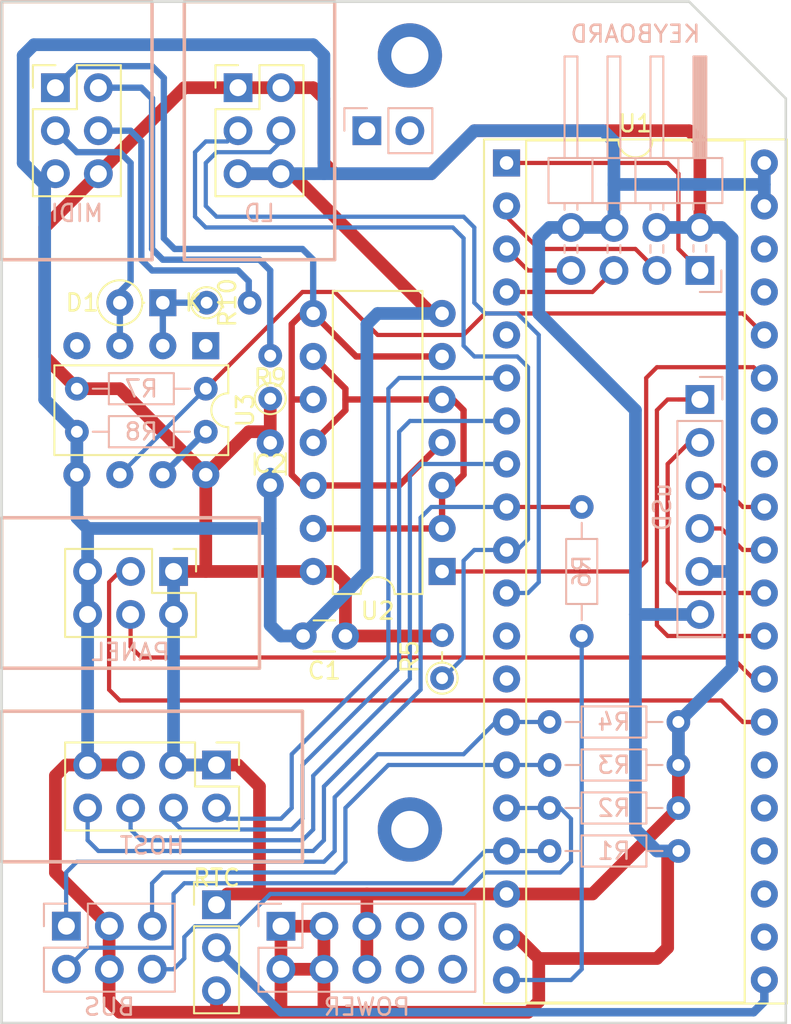
<source format=kicad_pcb>
(kicad_pcb (version 20211014) (generator pcbnew)
  (layers (0 "F.Cu" signal) (31 "B.Cu" signal) (34 "B.Paste" user) (35 "F.Paste" user) (36 "B.SilkS" user "B.Silkscreen") (37 "F.SilkS" user "F.Silkscreen") (38 "B.Mask" user) (39 "F.Mask" user) (44 "Edge.Cuts" user))
  (net 0 "")
  (net 1 "GND")
  (net 2 "+5V")
  (net 3 "Net-(D1-Pad1)")
  (net 4 "Net-(D1-Pad2)")
  (net 7 "/~{RST}")
  (net 8 "/SCL")
  (net 9 "/~{IRQ}")
  (net 10 "/SDA")
  (net 13 "/TX")
  (net 14 "/RX")
  (net 15 "/USBD-")
  (net 16 "/USBD+")
  (net 17 "+3V3")
  (net 18 "/MIDI_RX")
  (net 19 "/MIDI_TX")
  (net 20 "/PANEL_RX")
  (net 21 "/PANEL_TX")
  (net 22 "/LD_TX")
  (net 23 "/LD_RX")
  (net 24 "/~{SD_SS}")
  (net 25 "/SD_CK")
  (net 26 "/SD_DO")
  (net 27 "/SD_DI")
  (net 28 "/~{KBD_LD}")
  (net 29 "/KBD_CK")
  (net 30 "/KBD_DO")
  (net 31 "/KBD_DI")
  (net 32 "Net-(P13-Pad1)")
  (net 33 "Net-(P13-Pad2)")
  (net 34 "Net-(P13-Pad4)")
  (net 35 "Net-(R8-Pad2)")
  (net 36 "Net-(U2-Pad11)")
  (net 37 "+BATT")
  (footprint "Capacitor_THT:C_Disc_D3.0mm_W1.6mm_P2.50mm" (layer "F.Cu") (at 34.925 49.53 180)
    (fp_text reference "C1")
    (fp_text value "100n")
  )
  (footprint "Capacitor_THT:C_Disc_D3.0mm_W1.6mm_P2.50mm" (layer "F.Cu") (at 30.48 38.12 -90)
    (fp_text reference "C2")
    (fp_text value "100n")
  )
  (footprint "MountingHole:MountingHole_2.2mm_M2_ISO14580_Pad" (layer "F.Cu") (at 38.735 15.24)
    (fp_text reference "P1" hide)
    (fp_text value "SCREW")
  )
  (footprint "MountingHole:MountingHole_2.2mm_M2_ISO14580_Pad" (layer "F.Cu") (at 38.735 60.96)
    (fp_text reference "P2" hide)
    (fp_text value "SCREW")
  )
  (footprint "Connector_PinHeader_2.54mm:PinHeader_1x03_P2.54mm_Vertical" (layer "F.Cu") (at 27.305 65.405)
    (fp_text reference "P7" hide)
    (fp_text value "RTC")
  )
  (footprint "Connector_PinHeader_2.54mm:PinHeader_2x03_P2.54mm_Vertical" (layer "F.Cu") (at 24.765 45.72 -90)
    (fp_text reference "P8" hide)
    (fp_text value "PANEL")
  )
  (footprint "Connector_PinHeader_2.54mm:PinHeader_2x03_P2.54mm_Vertical" (layer "F.Cu") (at 28.575 17.145)
    (fp_text reference "P9" hide)
    (fp_text value "LD")
  )
  (footprint "Connector_PinHeader_2.54mm:PinHeader_2x04_P2.54mm_Vertical" (layer "F.Cu") (at 27.305 57.15 -90)
    (fp_text reference "P11")
    (fp_text value "HOST")
  )
  (footprint "Connector_PinHeader_2.54mm:PinHeader_2x03_P2.54mm_Vertical" (layer "F.Cu") (at 17.78 17.145)
    (fp_text reference "P13" hide)
    (fp_text value "MIDI")
  )
  (footprint "Resistor_THT:R_Axial_DIN0204_L3.6mm_D1.6mm_P2.54mm_Vertical" (layer "F.Cu") (at 40.64 52.02 90)
    (fp_text reference "R5")
    (fp_text value "2k2")
  )
  (footprint "Resistor_THT:R_Axial_DIN0204_L3.6mm_D1.6mm_P2.54mm_Vertical" (layer "F.Cu") (at 30.48 35.51 90)
    (fp_text reference "R9")
    (fp_text value "220")
  )
  (footprint "Resistor_THT:R_Axial_DIN0204_L3.6mm_D1.6mm_P2.54mm_Vertical" (layer "F.Cu") (at 26.72 29.845)
    (fp_text reference "R10")
    (fp_text value "220")
  )
  (footprint "Package_DIP:DIP-40_W15.24mm_Socket" (layer "F.Cu") (at 44.45 21.59)
    (fp_text reference "U1")
    (fp_text value "STM32F103 BLUE PILL")
  )
  (footprint "Package_DIP:DIP-14_W7.62mm" (layer "F.Cu") (at 40.64 45.72 180)
    (fp_text reference "U2")
    (fp_text value "74HCT04")
  )
  (footprint "Package_DIP:DIP-8_W7.62mm" (layer "F.Cu") (at 26.67 32.385 -90)
    (fp_text reference "U3")
    (fp_text value "6N138")
  )
  (footprint "Diode_THT:D_DO-35_SOD27_P2.54mm_Vertical_KathodeUp" (layer "F.Cu") (at 24.13 29.845 180)
    (fp_text reference "D1")
    (fp_text value "1n4148")
  )
  (footprint "Connector_PinHeader_2.54mm:PinHeader_2x03_P2.54mm_Vertical" (layer "B.Cu") (at 18.43 66.67 -90)
    (fp_text reference "P3" hide)
    (fp_text value "BUS")
  )
  (footprint "Connector_PinHeader_2.54mm:PinHeader_2x05_P2.54mm_Vertical" (layer "B.Cu") (at 31.115 66.675 -90)
    (fp_text reference "P4" hide)
    (fp_text value "POWER")
  )
  (footprint "Connector_PinHeader_2.54mm:PinHeader_1x02_P2.54mm_Vertical" (layer "B.Cu") (at 36.195 19.685 -90)
    (fp_text reference "P5" hide)
    (fp_text value "SUPPORT")
  )
  (footprint "Connector_PinHeader_2.54mm:PinHeader_1x06_P2.54mm_Vertical" (layer "B.Cu") (at 55.88 35.56 180)
    (fp_text reference "P10" hide)
    (fp_text value "uSD")
  )
  (footprint "Connector_PinHeader_2.54mm:PinHeader_2x04_P2.54mm_Horizontal" (layer "B.Cu") (at 55.88 27.94 90)
    (fp_text reference "P12" hide)
    (fp_text value "KEYBOARD")
  )
  (footprint "Resistor_THT:R_Axial_DIN0204_L3.6mm_D1.6mm_P7.62mm_Horizontal" (layer "B.Cu") (at 19.05 34.925)
    (fp_text reference "R7")
    (fp_text value "1k")
  )
  (footprint "Resistor_THT:R_Axial_DIN0204_L3.6mm_D1.6mm_P7.62mm_Horizontal" (layer "B.Cu") (at 19.05 37.465)
    (fp_text reference "R8")
    (fp_text value "10k")
  )
  (footprint "Resistor_THT:R_Axial_DIN0204_L3.6mm_D1.6mm_P7.62mm_Horizontal" (layer "B.Cu") (at 48.895 41.91 -90)
    (fp_text reference "R6")
    (fp_text value "1k8")
  )
  (footprint "Resistor_THT:R_Axial_DIN0204_L3.6mm_D1.6mm_P7.62mm_Horizontal" (layer "B.Cu") (at 46.99 59.69)
    (fp_text reference "R1")
    (fp_text value "10k")
  )
  (footprint "Resistor_THT:R_Axial_DIN0204_L3.6mm_D1.6mm_P7.62mm_Horizontal" (layer "B.Cu") (at 54.61 62.23 180)
    (fp_text reference "R2")
    (fp_text value "10k")
  )
  (footprint "Resistor_THT:R_Axial_DIN0204_L3.6mm_D1.6mm_P7.62mm_Horizontal" (layer "B.Cu") (at 46.99 57.15)
    (fp_text reference "R3")
    (fp_text value "3k3")
  )
  (footprint "Resistor_THT:R_Axial_DIN0204_L3.6mm_D1.6mm_P7.62mm_Horizontal" (layer "B.Cu") (at 46.99 54.61)
    (fp_text reference "R4")
    (fp_text value "3k3")
  )
  (gr_line (start 14.605 53.975) (end 32.385 53.975) (layer "B.SilkS") (width 0.2))
  (gr_line (start 29.845 51.435) (end 14.605 51.435) (layer "B.SilkS") (width 0.2))
  (gr_line (start 23.495 12.065) (end 23.495 27.305) (layer "B.SilkS") (width 0.2))
  (gr_line (start 29.845 42.545) (end 29.845 51.435) (layer "B.SilkS") (width 0.2))
  (gr_line (start 14.605 62.865) (end 32.385 62.865) (layer "B.SilkS") (width 0.2))
  (gr_line (start 34.29 12.065) (end 34.29 27.305) (layer "B.SilkS") (width 0.2))
  (gr_line (start 14.605 51.435) (end 14.605 42.545) (layer "B.SilkS") (width 0.2))
  (gr_line (start 14.605 12.065) (end 23.495 12.065) (layer "B.SilkS") (width 0.2))
  (gr_line (start 14.605 27.305) (end 14.605 12.065) (layer "B.SilkS") (width 0.2))
  (gr_line (start 34.29 27.305) (end 25.4 27.305) (layer "B.SilkS") (width 0.2))
  (gr_line (start 23.495 27.305) (end 14.605 27.305) (layer "B.SilkS") (width 0.2))
  (gr_line (start 14.605 53.975) (end 14.605 62.865) (layer "B.SilkS") (width 0.2))
  (gr_line (start 32.385 62.865) (end 32.385 53.975) (layer "B.SilkS") (width 0.2))
  (gr_line (start 25.4 12.065) (end 34.29 12.065) (layer "B.SilkS") (width 0.2))
  (gr_line (start 14.605 42.545) (end 29.845 42.545) (layer "B.SilkS") (width 0.2))
  (gr_line (start 25.4 27.305) (end 25.4 12.065) (layer "B.SilkS") (width 0.2))
  (gr_line (start 25.4 27.305) (end 34.29 27.305) (layer "F.SilkS") (width 0.2))
  (gr_line (start 14.605 42.545) (end 29.845 42.545) (layer "F.SilkS") (width 0.2))
  (gr_line (start 14.605 51.435) (end 14.605 42.545) (layer "F.SilkS") (width 0.2))
  (gr_line (start 25.4 12.065) (end 34.29 12.065) (layer "F.SilkS") (width 0.2))
  (gr_line (start 23.495 12.065) (end 23.495 27.305) (layer "F.SilkS") (width 0.2))
  (gr_line (start 14.605 12.065) (end 23.495 12.065) (layer "F.SilkS") (width 0.2))
  (gr_line (start 14.605 62.865) (end 32.385 62.865) (layer "F.SilkS") (width 0.2))
  (gr_line (start 14.605 27.305) (end 14.605 12.065) (layer "F.SilkS") (width 0.2))
  (gr_line (start 29.845 51.435) (end 14.605 51.435) (layer "F.SilkS") (width 0.2))
  (gr_line (start 25.4 12.065) (end 25.4 27.305) (layer "F.SilkS") (width 0.2))
  (gr_line (start 34.29 27.305) (end 34.29 12.065) (layer "F.SilkS") (width 0.2))
  (gr_line (start 14.605 53.975) (end 14.605 62.865) (layer "F.SilkS") (width 0.2))
  (gr_line (start 29.845 42.545) (end 29.845 51.435) (layer "F.SilkS") (width 0.2))
  (gr_line (start 32.385 53.975) (end 14.605 53.975) (layer "F.SilkS") (width 0.2))
  (gr_line (start 23.495 27.305) (end 14.605 27.305) (layer "F.SilkS") (width 0.2))
  (gr_line (start 32.385 53.975) (end 32.385 62.865) (layer "F.SilkS") (width 0.2))
  (gr_line (start 60.96 17.78) (end 60.96 72.39) (layer "Edge.Cuts") (width 0.15))
  (gr_line (start 60.96 72.39) (end 14.605 72.39) (layer "Edge.Cuts") (width 0.15))
  (gr_line (start 14.605 12.065) (end 55.245 12.065) (layer "Edge.Cuts") (width 0.15))
  (gr_line (start 55.245 12.065) (end 60.96 17.78) (layer "Edge.Cuts") (width 0.15))
  (gr_line (start 14.605 72.39) (end 14.605 12.065) (layer "Edge.Cuts") (width 0.15))
  (segment (start 33.655 71.755) (end 31.115 71.755) (width 0.75) (layer "F.Cu") (net 1))
  (segment (start 21.59 71.755) (end 20.955 71.12) (width 0.75) (layer "F.Cu") (net 1))
  (segment (start 20.955 71.12) (end 20.955 69.215) (width 0.75) (layer "F.Cu") (net 1))
  (segment (start 18.415 57.15) (end 17.78 57.785) (width 0.75) (layer "F.Cu") (net 1))
  (segment (start 17.78 57.785) (end 17.78 63.5) (width 0.75) (layer "F.Cu") (net 1))
  (segment (start 17.78 63.5) (end 20.955 66.675) (width 0.75) (layer "F.Cu") (net 1))
  (segment (start 53.34 68.58) (end 53.975 67.945) (width 0.75) (layer "F.Cu") (net 1))
  (segment (start 53.975 67.945) (end 53.975 62.23) (width 0.75) (layer "F.Cu") (net 1))
  (segment (start 27.305 71.755) (end 21.59 71.755) (width 0.75) (layer "F.Cu") (net 1))
  (segment (start 31.75 22.225) (end 40.005 30.48) (width 0.75) (layer "F.Cu") (net 1))
  (segment (start 40.005 30.48) (end 40.64 30.48) (width 0.75) (layer "F.Cu") (net 1))
  (segment (start 45.72 71.755) (end 46.355 71.12) (width 0.75) (layer "F.Cu") (net 1))
  (segment (start 46.355 71.12) (end 46.355 68.58) (width 0.75) (layer "F.Cu") (net 1))
  (segment (start 46.355 68.58) (end 53.34 68.58) (width 0.75) (layer "F.Cu") (net 1))
  (segment (start 45.085 67.31) (end 44.45 67.31) (width 0.75) (layer "F.Cu") (net 1))
  (segment (start 31.115 71.755) (end 27.305 71.755) (width 0.75) (layer "F.Cu") (net 1))
  (segment (start 33.655 69.215) (end 33.655 66.675) (width 0.75) (layer "F.Cu") (net 1))
  (segment (start 31.115 69.215) (end 31.115 71.755) (width 0.75) (layer "F.Cu") (net 1))
  (segment (start 19.685 57.15) (end 22.225 57.15) (width 0.75) (layer "F.Cu") (net 1))
  (segment (start 31.115 69.215) (end 33.655 69.215) (width 0.75) (layer "F.Cu") (net 1))
  (segment (start 20.955 69.215) (end 20.955 66.675) (width 0.75) (layer "F.Cu") (net 1))
  (segment (start 28.575 22.225) (end 31.115 22.225) (width 0.75) (layer "F.Cu") (net 1))
  (segment (start 19.685 57.15) (end 18.415 57.15) (width 0.75) (layer "F.Cu") (net 1))
  (segment (start 33.655 71.755) (end 45.72 71.755) (width 0.75) (layer "F.Cu") (net 1))
  (segment (start 31.115 66.675) (end 31.115 69.215) (width 0.75) (layer "F.Cu") (net 1))
  (segment (start 27.305 70.485) (end 27.305 71.755) (width 0.75) (layer "F.Cu") (net 1))
  (segment (start 33.655 69.215) (end 33.655 71.755) (width 0.75) (layer "F.Cu") (net 1))
  (segment (start 46.355 68.58) (end 45.085 67.31) (width 0.75) (layer "F.Cu") (net 1))
  (segment (start 31.115 22.225) (end 31.75 22.225) (width 0.75) (layer "F.Cu") (net 1))
  (segment (start 33.655 66.675) (end 31.115 66.675) (width 0.75) (layer "F.Cu") (net 1))
  (segment (start 31.115 49.53) (end 30.48 48.895) (width 0.75) (layer "B.Cu") (net 1))
  (segment (start 30.48 48.895) (end 30.48 43.18) (width 0.75) (layer "B.Cu") (net 1))
  (segment (start 19.685 43.18) (end 19.05 42.545) (width 0.75) (layer "B.Cu") (net 1))
  (segment (start 19.05 42.545) (end 19.05 40.005) (width 0.75) (layer "B.Cu") (net 1))
  (segment (start 30.48 43.18) (end 30.48 39.965) (width 0.75) (layer "B.Cu") (net 1))
  (segment (start 53.34 62.23) (end 52.07 60.96) (width 0.75) (layer "B.Cu") (net 1))
  (segment (start 52.07 60.96) (end 52.07 48.26) (width 0.75) (layer "B.Cu") (net 1))
  (segment (start 52.07 48.26) (end 52.07 36.195) (width 0.75) (layer "B.Cu") (net 1))
  (segment (start 15.875 21.59) (end 15.875 15.24) (width 0.75) (layer "B.Cu") (net 1))
  (segment (start 15.875 15.24) (end 16.51 14.605) (width 0.75) (layer "B.Cu") (net 1))
  (segment (start 16.51 14.605) (end 33.02 14.605) (width 0.75) (layer "B.Cu") (net 1))
  (segment (start 40.005 22.225) (end 42.545 19.685) (width 0.75) (layer "B.Cu") (net 1))
  (segment (start 42.545 19.685) (end 50.165 19.685) (width 0.75) (layer "B.Cu") (net 1))
  (segment (start 33.02 14.605) (end 33.655 15.24) (width 0.75) (layer "B.Cu") (net 1))
  (segment (start 33.655 15.24) (end 33.655 22.225) (width 0.75) (layer "B.Cu") (net 1))
  (segment (start 33.655 22.225) (end 40.005 22.225) (width 0.75) (layer "B.Cu") (net 1))
  (segment (start 32.425 49.49) (end 36.195 45.72) (width 0.75) (layer "B.Cu") (net 1))
  (segment (start 36.195 45.72) (end 36.195 31.115) (width 0.75) (layer "B.Cu") (net 1))
  (segment (start 36.195 31.115) (end 36.83 30.48) (width 0.75) (layer "B.Cu") (net 1))
  (segment (start 36.83 30.48) (end 40.64 30.48) (width 0.75) (layer "B.Cu") (net 1))
  (segment (start 50.8 20.32) (end 50.165 19.685) (width 0.75) (layer "B.Cu") (net 1))
  (segment (start 46.355 30.48) (end 52.07 36.195) (width 0.75) (layer "B.Cu") (net 1))
  (segment (start 46.355 26.035) (end 46.99 25.4) (width 0.75) (layer "B.Cu") (net 1))
  (segment (start 46.99 25.4) (end 48.26 25.4) (width 0.75) (layer "B.Cu") (net 1))
  (segment (start 59.69 22.86) (end 59.69 21.59) (width 0.75) (layer "B.Cu") (net 1))
  (segment (start 50.8 25.4) (end 50.8 22.86) (width 0.75) (layer "B.Cu") (net 1))
  (segment (start 32.425 49.53) (end 31.115 49.53) (width 0.75) (layer "B.Cu") (net 1))
  (segment (start 53.975 62.23) (end 53.34 62.23) (width 0.75) (layer "B.Cu") (net 1))
  (segment (start 17.145 22.86) (end 17.78 22.225) (width 0.75) (layer "B.Cu") (net 1))
  (segment (start 55.88 48.26) (end 52.07 48.26) (width 0.75) (layer "B.Cu") (net 1))
  (segment (start 19.685 45.72) (end 19.685 43.18) (width 0.75) (layer "B.Cu") (net 1))
  (segment (start 17.145 35.56) (end 17.145 22.86) (width 0.75) (layer "B.Cu") (net 1))
  (segment (start 31.115 22.225) (end 33.655 22.225) (width 0.75) (layer "B.Cu") (net 1))
  (segment (start 59.69 24.13) (end 59.69 22.86) (width 0.75) (layer "B.Cu") (net 1))
  (segment (start 19.05 37.465) (end 17.145 35.56) (width 0.75) (layer "B.Cu") (net 1))
  (segment (start 19.685 43.18) (end 30.48 43.18) (width 0.75) (layer "B.Cu") (net 1))
  (segment (start 19.685 57.15) (end 19.685 48.26) (width 0.75) (layer "B.Cu") (net 1))
  (segment (start 17.145 22.86) (end 15.875 21.59) (width 0.75) (layer "B.Cu") (net 1))
  (segment (start 50.8 22.86) (end 50.8 20.32) (width 0.75) (layer "B.Cu") (net 1))
  (segment (start 46.355 30.48) (end 46.355 26.035) (width 0.75) (layer "B.Cu") (net 1))
  (segment (start 59.69 22.86) (end 50.8 22.86) (width 0.75) (layer "B.Cu") (net 1))
  (segment (start 19.05 40.005) (end 19.05 37.465) (width 0.75) (layer "B.Cu") (net 1))
  (segment (start 19.685 48.26) (end 19.685 45.72) (width 0.75) (layer "B.Cu") (net 1))
  (segment (start 28.575 22.225) (end 31.115 22.225) (width 0.75) (layer "B.Cu") (net 1))
  (segment (start 48.26 25.4) (end 50.8 25.4) (width 0.75) (layer "B.Cu") (net 1))
  (segment (start 36.195 64.77) (end 43.815 64.77) (width 0.75) (layer "F.Cu") (net 2))
  (segment (start 28.575 57.15) (end 27.305 57.15) (width 0.75) (layer "F.Cu") (net 2))
  (segment (start 17.145 25.4) (end 20.32 22.225) (width 0.75) (layer "F.Cu") (net 2))
  (segment (start 21.59 34.925) (end 19.05 34.925) (width 0.75) (layer "F.Cu") (net 2))
  (segment (start 25.4 17.145) (end 28.575 17.145) (width 0.75) (layer "F.Cu") (net 2))
  (segment (start 29.21 37.465) (end 30.48 37.465) (width 0.75) (layer "F.Cu") (net 2))
  (segment (start 34.29 45.72) (end 34.925 46.355) (width 0.75) (layer "F.Cu") (net 2))
  (segment (start 34.925 46.355) (end 34.925 49.53) (width 0.75) (layer "F.Cu") (net 2))
  (segment (start 26.67 45.72) (end 24.765 45.72) (width 0.75) (layer "F.Cu") (net 2))
  (segment (start 27.305 65.405) (end 27.94 64.77) (width 0.75) (layer "F.Cu") (net 2))
  (segment (start 27.94 64.77) (end 29.845 64.77) (width 0.75) (layer "F.Cu") (net 2))
  (segment (start 29.845 64.77) (end 36.195 64.77) (width 0.75) (layer "F.Cu") (net 2))
  (segment (start 29.845 58.42) (end 28.575 57.15) (width 0.75) (layer "F.Cu") (net 2))
  (segment (start 33.02 17.145) (end 33.655 17.78) (width 0.75) (layer "F.Cu") (net 2))
  (segment (start 33.655 17.78) (end 33.655 21.59) (width 0.75) (layer "F.Cu") (net 2))
  (segment (start 33.655 21.59) (end 34.29 22.225) (width 0.75) (layer "F.Cu") (net 2))
  (segment (start 34.29 22.225) (end 40.005 22.225) (width 0.75) (layer "F.Cu") (net 2))
  (segment (start 40.005 22.225) (end 42.545 19.685) (width 0.75) (layer "F.Cu") (net 2))
  (segment (start 42.545 19.685) (end 55.245 19.685) (width 0.75) (layer "F.Cu") (net 2))
  (segment (start 49.53 64.77) (end 54.61 59.69) (width 0.75) (layer "F.Cu") (net 2))
  (segment (start 55.88 20.32) (end 55.245 19.685) (width 0.75) (layer "F.Cu") (net 2))
  (segment (start 40.64 49.53) (end 34.925 49.53) (width 0.75) (layer "F.Cu") (net 2))
  (segment (start 54.61 59.69) (end 54.61 57.15) (width 0.75) (layer "F.Cu") (net 2))
  (segment (start 24.765 48.26) (end 24.765 45.72) (width 0.75) (layer "F.Cu") (net 2))
  (segment (start 36.195 66.675) (end 36.195 69.215) (width 0.75) (layer "F.Cu") (net 2))
  (segment (start 33.02 45.72) (end 26.67 45.72) (width 0.75) (layer "F.Cu") (net 2))
  (segment (start 54.61 57.15) (end 54.61 54.61) (width 0.75) (layer "F.Cu") (net 2))
  (segment (start 24.765 57.15) (end 27.305 57.15) (width 0.75) (layer "F.Cu") (net 2))
  (segment (start 17.145 33.02) (end 17.145 25.4) (width 0.75) (layer "F.Cu") (net 2))
  (segment (start 29.845 64.77) (end 29.845 58.42) (width 0.75) (layer "F.Cu") (net 2))
  (segment (start 26.67 40.005) (end 26.67 45.72) (width 0.75) (layer "F.Cu") (net 2))
  (segment (start 43.815 64.77) (end 49.53 64.77) (width 0.75) (layer "F.Cu") (net 2))
  (segment (start 36.195 66.675) (end 36.195 64.77) (width 0.75) (layer "F.Cu") (net 2))
  (segment (start 55.88 25.4) (end 55.88 20.32) (width 0.75) (layer "F.Cu") (net 2))
  (segment (start 26.67 40.005) (end 21.59 34.925) (width 0.75) (layer "F.Cu") (net 2))
  (segment (start 26.67 40.005) (end 29.21 37.465) (width 0.75) (layer "F.Cu") (net 2))
  (segment (start 31.115 17.145) (end 33.02 17.145) (width 0.75) (layer "F.Cu") (net 2))
  (segment (start 30.48 37.465) (end 30.48 35.56) (width 0.75) (layer "F.Cu") (net 2))
  (segment (start 33.02 45.72) (end 34.29 45.72) (width 0.75) (layer "F.Cu") (net 2))
  (segment (start 20.32 22.225) (end 25.4 17.145) (width 0.75) (layer "F.Cu") (net 2))
  (segment (start 19.05 34.925) (end 17.145 33.02) (width 0.75) (layer "F.Cu") (net 2))
  (segment (start 28.575 17.145) (end 31.115 17.145) (width 0.75) (layer "F.Cu") (net 2))
  (segment (start 57.785 51.435) (end 57.785 45.72) (width 0.75) (layer "B.Cu") (net 2))
  (segment (start 57.785 26.035) (end 57.15 25.4) (width 0.75) (layer "B.Cu") (net 2))
  (segment (start 57.15 25.4) (end 56.515 25.4) (width 0.75) (layer "B.Cu") (net 2))
  (segment (start 57.785 45.72) (end 57.785 26.035) (width 0.75) (layer "B.Cu") (net 2))
  (segment (start 27.305 57.15) (end 24.765 57.15) (width 0.75) (layer "B.Cu") (net 2))
  (segment (start 24.765 57.15) (end 24.765 48.26) (width 0.75) (layer "B.Cu") (net 2))
  (segment (start 55.88 25.4) (end 53.34 25.4) (width 0.75) (layer "B.Cu") (net 2))
  (segment (start 55.88 45.72) (end 57.785 45.72) (width 0.75) (layer "B.Cu") (net 2))
  (segment (start 54.61 57.15) (end 54.61 54.61) (width 0.75) (layer "B.Cu") (net 2))
  (segment (start 54.61 54.61) (end 57.785 51.435) (width 0.75) (layer "B.Cu") (net 2))
  (segment (start 24.765 48.26) (end 24.765 45.72) (width 0.75) (layer "B.Cu") (net 2))
  (segment (start 24.13 29.845) (end 26.67 29.845) (width 0.375) (layer "B.Cu") (net 3))
  (segment (start 24.13 32.385) (end 24.13 29.845) (width 0.375) (layer "B.Cu") (net 3))
  (segment (start 21.59 29.21) (end 22.225 28.575) (width 0.375) (layer "B.Cu") (net 4))
  (segment (start 22.225 21.59) (end 21.59 20.955) (width 0.375) (layer "B.Cu") (net 4))
  (segment (start 19.05 20.955) (end 21.59 20.955) (width 0.375) (layer "B.Cu") (net 4))
  (segment (start 21.59 32.385) (end 21.59 29.845) (width 0.375) (layer "B.Cu") (net 4))
  (segment (start 21.59 29.845) (end 21.59 29.21) (width 0.375) (layer "B.Cu") (net 4))
  (segment (start 17.78 19.685) (end 19.05 20.955) (width 0.375) (layer "B.Cu") (net 4))
  (segment (start 22.225 28.575) (end 22.225 21.59) (width 0.375) (layer "B.Cu") (net 4))
  (segment (start 43.18 62.23) (end 43.815 62.23) (width 0.25) (layer "B.Cu") (net 7))
  (segment (start 19.685 67.945) (end 24.765 67.945) (width 0.25) (layer "B.Cu") (net 7))
  (segment (start 25.4 64.135) (end 41.275 64.135) (width 0.25) (layer "B.Cu") (net 7))
  (segment (start 41.275 64.135) (end 43.18 62.23) (width 0.25) (layer "B.Cu") (net 7))
  (segment (start 24.765 64.77) (end 24.765 67.945) (width 0.25) (layer "B.Cu") (net 7))
  (segment (start 24.765 64.77) (end 25.4 64.135) (width 0.25) (layer "B.Cu") (net 7))
  (segment (start 18.415 69.215) (end 19.685 67.945) (width 0.25) (layer "B.Cu") (net 7))
  (segment (start 43.815 62.23) (end 46.355 62.23) (width 0.25) (layer "B.Cu") (net 7))
  (segment (start 36.83 56.515) (end 41.91 56.515) (width 0.25) (layer "B.Cu") (net 8))
  (segment (start 41.91 56.515) (end 43.815 54.61) (width 0.25) (layer "B.Cu") (net 8))
  (segment (start 33.655 62.865) (end 34.29 62.23) (width 0.25) (layer "B.Cu") (net 8))
  (segment (start 34.29 62.23) (end 34.29 59.055) (width 0.25) (layer "B.Cu") (net 8))
  (segment (start 34.29 59.055) (end 36.83 56.515) (width 0.25) (layer "B.Cu") (net 8))
  (segment (start 19.05 62.865) (end 18.415 63.5) (width 0.25) (layer "B.Cu") (net 8))
  (segment (start 18.415 63.5) (end 18.415 66.675) (width 0.25) (layer "B.Cu") (net 8))
  (segment (start 19.05 62.865) (end 33.655 62.865) (width 0.25) (layer "B.Cu") (net 8))
  (segment (start 43.815 54.61) (end 46.355 54.61) (width 0.25) (layer "B.Cu") (net 8))
  (segment (start 24.765 69.215) (end 25.4 68.58) (width 0.25) (layer "B.Cu") (net 9))
  (segment (start 41.91 64.77) (end 43.18 63.5) (width 0.25) (layer "B.Cu") (net 9))
  (segment (start 43.18 63.5) (end 47.625 63.5) (width 0.25) (layer "B.Cu") (net 9))
  (segment (start 26.035 66.675) (end 28.575 66.675) (width 0.25) (layer "B.Cu") (net 9))
  (segment (start 28.575 66.675) (end 30.48 64.77) (width 0.25) (layer "B.Cu") (net 9))
  (segment (start 30.48 64.77) (end 41.91 64.77) (width 0.25) (layer "B.Cu") (net 9))
  (segment (start 47.625 63.5) (end 48.26 62.865) (width 0.25) (layer "B.Cu") (net 9))
  (segment (start 48.26 62.865) (end 48.26 60.325) (width 0.25) (layer "B.Cu") (net 9))
  (segment (start 47.625 59.69) (end 48.26 60.325) (width 0.25) (layer "B.Cu") (net 9))
  (segment (start 44.45 59.69) (end 46.99 59.69) (width 0.25) (layer "B.Cu") (net 9))
  (segment (start 25.4 67.31) (end 26.035 66.675) (width 0.25) (layer "B.Cu") (net 9))
  (segment (start 25.4 68.58) (end 25.4 67.31) (width 0.25) (layer "B.Cu") (net 9))
  (segment (start 46.99 59.69) (end 47.625 59.69) (width 0.25) (layer "B.Cu") (net 9))
  (segment (start 23.495 69.215) (end 24.765 69.215) (width 0.25) (layer "B.Cu") (net 9))
  (segment (start 37.465 57.15) (end 43.815 57.15) (width 0.25) (layer "B.Cu") (net 10))
  (segment (start 34.29 63.5) (end 34.925 62.865) (width 0.25) (layer "B.Cu") (net 10))
  (segment (start 34.925 62.865) (end 34.925 59.69) (width 0.25) (layer "B.Cu") (net 10))
  (segment (start 34.925 59.69) (end 37.465 57.15) (width 0.25) (layer "B.Cu") (net 10))
  (segment (start 24.13 63.5) (end 23.495 64.135) (width 0.25) (layer "B.Cu") (net 10))
  (segment (start 23.495 64.135) (end 23.495 66.675) (width 0.25) (layer "B.Cu") (net 10))
  (segment (start 43.815 57.15) (end 46.355 57.15) (width 0.25) (layer "B.Cu") (net 10))
  (segment (start 24.13 63.5) (end 34.29 63.5) (width 0.25) (layer "B.Cu") (net 10))
  (segment (start 31.75 56.515) (end 37.465 50.8) (width 0.25) (layer "B.Cu") (net 13))
  (segment (start 31.75 56.515) (end 31.75 59.69) (width 0.25) (layer "B.Cu") (net 13))
  (segment (start 31.75 59.69) (end 31.115 60.325) (width 0.25) (layer "B.Cu") (net 13))
  (segment (start 31.115 60.325) (end 27.94 60.325) (width 0.25) (layer "B.Cu") (net 13))
  (segment (start 27.94 60.325) (end 27.305 59.69) (width 0.25) (layer "B.Cu") (net 13))
  (segment (start 37.465 50.8) (end 37.465 34.925) (width 0.25) (layer "B.Cu") (net 13))
  (segment (start 37.465 34.925) (end 38.1 34.29) (width 0.25) (layer "B.Cu") (net 13))
  (segment (start 43.18 34.29) (end 38.1 34.29) (width 0.25) (layer "B.Cu") (net 13))
  (segment (start 43.815 34.29) (end 43.18 34.29) (width 0.25) (layer "B.Cu") (net 13))
  (segment (start 43.18 34.29) (end 44.45 34.29) (width 0.25) (layer "B.Cu") (net 13))
  (segment (start 24.765 60.509998) (end 25.215002 60.96) (width 0.25) (layer "B.Cu") (net 14))
  (segment (start 25.215002 60.96) (end 31.75 60.96) (width 0.25) (layer "B.Cu") (net 14))
  (segment (start 31.75 60.96) (end 32.385 60.325) (width 0.25) (layer "B.Cu") (net 14))
  (segment (start 32.385 60.325) (end 32.385 57.15) (width 0.25) (layer "B.Cu") (net 14))
  (segment (start 38.1 51.435) (end 38.1 37.465) (width 0.25) (layer "B.Cu") (net 14))
  (segment (start 38.1 37.465) (end 38.735 36.83) (width 0.25) (layer "B.Cu") (net 14))
  (segment (start 38.735 36.83) (end 43.18 36.83) (width 0.25) (layer "B.Cu") (net 14))
  (segment (start 43.18 36.83) (end 43.815 36.83) (width 0.25) (layer "B.Cu") (net 14))
  (segment (start 32.385 57.15) (end 38.1 51.435) (width 0.25) (layer "B.Cu") (net 14))
  (segment (start 43.18 36.83) (end 44.45 36.83) (width 0.25) (layer "B.Cu") (net 14))
  (segment (start 24.765 59.69) (end 24.765 60.509998) (width 0.25) (layer "B.Cu") (net 14))
  (segment (start 33.02 57.785) (end 38.735 52.07) (width 0.25) (layer "B.Cu") (net 15))
  (segment (start 33.02 60.96) (end 32.385 61.595) (width 0.25) (layer "B.Cu") (net 15))
  (segment (start 32.385 61.595) (end 22.86 61.595) (width 0.25) (layer "B.Cu") (net 15))
  (segment (start 22.86 61.595) (end 22.225 60.96) (width 0.25) (layer "B.Cu") (net 15))
  (segment (start 22.225 60.96) (end 22.225 59.69) (width 0.25) (layer "B.Cu") (net 15))
  (segment (start 38.735 40.005) (end 39.37 39.37) (width 0.25) (layer "B.Cu") (net 15))
  (segment (start 39.37 39.37) (end 43.18 39.37) (width 0.25) (layer "B.Cu") (net 15))
  (segment (start 38.735 52.07) (end 38.735 40.005) (width 0.25) (layer "B.Cu") (net 15))
  (segment (start 43.18 39.37) (end 43.815 39.37) (width 0.25) (layer "B.Cu") (net 15))
  (segment (start 33.02 57.785) (end 33.02 60.96) (width 0.25) (layer "B.Cu") (net 15))
  (segment (start 43.18 39.37) (end 44.45 39.37) (width 0.25) (layer "B.Cu") (net 15))
  (segment (start 43.815 41.91) (end 48.895 41.91) (width 0.25) (layer "F.Cu") (net 16))
  (segment (start 43.815 41.91) (end 43.18 41.91) (width 0.25) (layer "B.Cu") (net 16))
  (segment (start 33.655 58.42) (end 38.735 53.34) (width 0.25) (layer "B.Cu") (net 16))
  (segment (start 19.685 61.595) (end 19.685 59.69) (width 0.25) (layer "B.Cu") (net 16))
  (segment (start 33.655 61.595) (end 33.02 62.23) (width 0.25) (layer "B.Cu") (net 16))
  (segment (start 33.02 62.23) (end 20.32 62.23) (width 0.25) (layer "B.Cu") (net 16))
  (segment (start 20.32 62.23) (end 19.685 61.595) (width 0.25) (layer "B.Cu") (net 16))
  (segment (start 39.37 52.705) (end 39.37 42.545) (width 0.25) (layer "B.Cu") (net 16))
  (segment (start 39.37 42.545) (end 40.005 41.91) (width 0.25) (layer "B.Cu") (net 16))
  (segment (start 43.18 41.91) (end 40.005 41.91) (width 0.25) (layer "B.Cu") (net 16))
  (segment (start 33.655 58.42) (end 38.1 53.975) (width 0.25) (layer "B.Cu") (net 16))
  (segment (start 43.18 41.91) (end 44.45 41.91) (width 0.25) (layer "B.Cu") (net 16))
  (segment (start 38.1 53.975) (end 38.735 53.34) (width 0.25) (layer "B.Cu") (net 16))
  (segment (start 38.735 53.34) (end 39.37 52.705) (width 0.25) (layer "B.Cu") (net 16))
  (segment (start 33.655 58.42) (end 33.655 61.595) (width 0.25) (layer "B.Cu") (net 16))
  (segment (start 48.26 69.85) (end 48.895 69.215) (width 0.25) (layer "B.Cu") (net 17))
  (segment (start 48.895 69.215) (end 48.895 50.165) (width 0.25) (layer "B.Cu") (net 17))
  (segment (start 43.815 69.85) (end 48.26 69.85) (width 0.25) (layer "B.Cu") (net 17))
  (segment (start 32.385 29.21) (end 34.29 29.21) (width 0.25) (layer "F.Cu") (net 18))
  (segment (start 41.91 31.75) (end 36.83 31.75) (width 0.25) (layer "F.Cu") (net 18))
  (segment (start 36.83 31.75) (end 34.29 29.21) (width 0.25) (layer "F.Cu") (net 18))
  (segment (start 43.18 30.48) (end 58.42 30.48) (width 0.25) (layer "F.Cu") (net 18))
  (segment (start 43.18 30.48) (end 41.91 31.75) (width 0.25) (layer "F.Cu") (net 18))
  (segment (start 59.69 31.75) (end 58.42 30.48) (width 0.25) (layer "F.Cu") (net 18))
  (segment (start 26.67 34.925) (end 32.385 29.21) (width 0.25) (layer "F.Cu") (net 18))
  (segment (start 21.59 40.005) (end 26.67 34.925) (width 0.25) (layer "B.Cu") (net 18))
  (segment (start 53.34 33.655) (end 59.055 33.655) (width 0.25) (layer "F.Cu") (net 19))
  (segment (start 52.705 34.29) (end 52.705 45.085) (width 0.25) (layer "F.Cu") (net 19))
  (segment (start 52.705 45.085) (end 52.07 45.72) (width 0.25) (layer "F.Cu") (net 19))
  (segment (start 40.64 45.72) (end 52.07 45.72) (width 0.25) (layer "F.Cu") (net 19))
  (segment (start 59.69 34.29) (end 59.055 33.655) (width 0.25) (layer "F.Cu") (net 19))
  (segment (start 53.34 33.655) (end 52.705 34.29) (width 0.25) (layer "F.Cu") (net 19))
  (segment (start 22.86 50.8) (end 22.225 50.165) (width 0.25) (layer "F.Cu") (net 20))
  (segment (start 22.225 50.165) (end 22.225 48.26) (width 0.25) (layer "F.Cu") (net 20))
  (segment (start 22.86 50.8) (end 57.785 50.8) (width 0.25) (layer "F.Cu") (net 20))
  (segment (start 59.055 52.07) (end 57.785 50.8) (width 0.25) (layer "F.Cu") (net 20))
  (segment (start 57.15 53.34) (end 58.42 54.61) (width 0.25) (layer "F.Cu") (net 21))
  (segment (start 21.59 53.34) (end 57.15 53.34) (width 0.25) (layer "F.Cu") (net 21))
  (segment (start 21.59 53.34) (end 20.955 52.705) (width 0.25) (layer "F.Cu") (net 21))
  (segment (start 20.955 52.705) (end 20.955 46.355) (width 0.25) (layer "F.Cu") (net 21))
  (segment (start 20.955 46.355) (end 21.59 45.72) (width 0.25) (layer "F.Cu") (net 21))
  (segment (start 58.42 54.61) (end 59.69 54.61) (width 0.25) (layer "F.Cu") (net 21))
  (segment (start 59.055 54.61) (end 58.42 54.61) (width 0.25) (layer "F.Cu") (net 21))
  (segment (start 41.91 50.8) (end 41.91 45.085) (width 0.25) (layer "B.Cu") (net 22))
  (segment (start 41.91 45.085) (end 42.545 44.45) (width 0.25) (layer "B.Cu") (net 22))
  (segment (start 42.545 44.45) (end 43.815 44.45) (width 0.25) (layer "B.Cu") (net 22))
  (segment (start 42.545 33.02) (end 45.085 33.02) (width 0.25) (layer "B.Cu") (net 22))
  (segment (start 42.545 33.02) (end 41.91 32.385) (width 0.25) (layer "B.Cu") (net 22))
  (segment (start 26.035 24.765) (end 26.035 20.955) (width 0.25) (layer "B.Cu") (net 22))
  (segment (start 26.035 20.955) (end 26.67 20.32) (width 0.25) (layer "B.Cu") (net 22))
  (segment (start 26.67 20.32) (end 27.94 20.32) (width 0.25) (layer "B.Cu") (net 22))
  (segment (start 27.94 20.32) (end 28.575 19.685) (width 0.25) (layer "B.Cu") (net 22))
  (segment (start 41.275 25.4) (end 26.67 25.4) (width 0.25) (layer "B.Cu") (net 22))
  (segment (start 26.67 25.4) (end 26.035 24.765) (width 0.25) (layer "B.Cu") (net 22))
  (segment (start 45.085 44.45) (end 45.72 43.815) (width 0.25) (layer "B.Cu") (net 22))
  (segment (start 45.72 43.815) (end 45.72 33.655) (width 0.25) (layer "B.Cu") (net 22))
  (segment (start 45.72 33.655) (end 45.085 33.02) (width 0.25) (layer "B.Cu") (net 22))
  (segment (start 40.64 52.07) (end 41.91 50.8) (width 0.25) (layer "B.Cu") (net 22))
  (segment (start 41.91 32.385) (end 41.91 26.035) (width 0.25) (layer "B.Cu") (net 22))
  (segment (start 41.91 26.035) (end 41.275 25.4) (width 0.25) (layer "B.Cu") (net 22))
  (segment (start 43.18 30.48) (end 45.085 30.48) (width 0.25) (layer "B.Cu") (net 23))
  (segment (start 43.18 30.48) (end 42.545 29.845) (width 0.25) (layer "B.Cu") (net 23))
  (segment (start 42.545 29.845) (end 42.545 25.4) (width 0.25) (layer "B.Cu") (net 23))
  (segment (start 26.67 24.13) (end 26.67 21.59) (width 0.25) (layer "B.Cu") (net 23))
  (segment (start 26.67 21.59) (end 27.305 20.955) (width 0.25) (layer "B.Cu") (net 23))
  (segment (start 27.305 20.955) (end 30.48 20.955) (width 0.25) (layer "B.Cu") (net 23))
  (segment (start 30.48 20.955) (end 31.115 20.32) (width 0.25) (layer "B.Cu") (net 23))
  (segment (start 45.085 30.48) (end 46.355 31.75) (width 0.25) (layer "B.Cu") (net 23))
  (segment (start 41.91 24.765) (end 27.305 24.765) (width 0.25) (layer "B.Cu") (net 23))
  (segment (start 27.305 24.765) (end 26.67 24.13) (width 0.25) (layer "B.Cu") (net 23))
  (segment (start 45.72 46.99) (end 46.355 46.355) (width 0.25) (layer "B.Cu") (net 23))
  (segment (start 46.355 46.355) (end 46.355 31.75) (width 0.25) (layer "B.Cu") (net 23))
  (segment (start 44.45 46.99) (end 45.72 46.99) (width 0.25) (layer "B.Cu") (net 23))
  (segment (start 42.545 25.4) (end 41.91 24.765) (width 0.25) (layer "B.Cu") (net 23))
  (segment (start 53.34 36.195) (end 53.34 48.895) (width 0.25) (layer "F.Cu") (net 24))
  (segment (start 53.34 48.895) (end 53.975 49.53) (width 0.25) (layer "F.Cu") (net 24))
  (segment (start 53.975 49.53) (end 58.42 49.53) (width 0.25) (layer "F.Cu") (net 24))
  (segment (start 58.42 49.53) (end 59.055 49.53) (width 0.25) (layer "F.Cu") (net 24))
  (segment (start 54.61 35.56) (end 53.975 35.56) (width 0.25) (layer "F.Cu") (net 24))
  (segment (start 55.88 35.56) (end 54.61 35.56) (width 0.25) (layer "F.Cu") (net 24))
  (segment (start 53.975 35.56) (end 53.34 36.195) (width 0.25) (layer "F.Cu") (net 24))
  (segment (start 55.245 35.56) (end 54.61 35.56) (width 0.25) (layer "F.Cu") (net 24))
  (segment (start 58.42 49.53) (end 59.69 49.53) (width 0.25) (layer "F.Cu") (net 24))
  (segment (start 55.245 38.1) (end 53.975 39.37) (width 0.25) (layer "F.Cu") (net 25))
  (segment (start 53.975 39.37) (end 53.975 46.355) (width 0.25) (layer "F.Cu") (net 25))
  (segment (start 53.975 46.355) (end 54.61 46.99) (width 0.25) (layer "F.Cu") (net 25))
  (segment (start 54.61 46.99) (end 58.42 46.99) (width 0.25) (layer "F.Cu") (net 25))
  (segment (start 58.42 46.99) (end 59.055 46.99) (width 0.25) (layer "F.Cu") (net 25))
  (segment (start 58.42 46.99) (end 59.69 46.99) (width 0.25) (layer "F.Cu") (net 25))
  (segment (start 57.15 40.64) (end 58.42 41.91) (width 0.25) (layer "F.Cu") (net 26))
  (segment (start 58.42 41.91) (end 59.69 41.91) (width 0.25) (layer "F.Cu") (net 26))
  (segment (start 55.88 40.64) (end 57.15 40.64) (width 0.25) (layer "F.Cu") (net 26))
  (segment (start 57.15 43.18) (end 58.42 44.45) (width 0.25) (layer "F.Cu") (net 27))
  (segment (start 58.42 44.45) (end 59.69 44.45) (width 0.25) (layer "F.Cu") (net 27))
  (segment (start 55.88 43.18) (end 57.15 43.18) (width 0.25) (layer "F.Cu") (net 27))
  (segment (start 53.975 21.59) (end 54.61 22.225) (width 0.25) (layer "F.Cu") (net 28))
  (segment (start 54.61 22.225) (end 54.61 26.67) (width 0.25) (layer "F.Cu") (net 28))
  (segment (start 54.61 26.67) (end 55.88 27.94) (width 0.25) (layer "F.Cu") (net 28))
  (segment (start 44.45 21.59) (end 53.975 21.59) (width 0.25) (layer "F.Cu") (net 28))
  (segment (start 44.45 24.765) (end 46.355 26.67) (width 0.25) (layer "F.Cu") (net 29))
  (segment (start 46.355 26.67) (end 52.07 26.67) (width 0.25) (layer "F.Cu") (net 29))
  (segment (start 52.07 26.67) (end 53.34 27.94) (width 0.25) (layer "F.Cu") (net 29))
  (segment (start 49.53 29.21) (end 50.8 27.94) (width 0.25) (layer "F.Cu") (net 30))
  (segment (start 44.45 29.21) (end 49.53 29.21) (width 0.25) (layer "F.Cu") (net 30))
  (segment (start 45.72 27.94) (end 44.45 26.67) (width 0.25) (layer "F.Cu") (net 31))
  (segment (start 48.26 27.94) (end 45.72 27.94) (width 0.25) (layer "F.Cu") (net 31))
  (segment (start 38.1 40.64) (end 40.64 38.1) (width 0.375) (layer "F.Cu") (net 32))
  (segment (start 32.385 30.48) (end 31.75 31.115) (width 0.375) (layer "F.Cu") (net 32))
  (segment (start 31.75 31.115) (end 31.75 35.56) (width 0.375) (layer "F.Cu") (net 32))
  (segment (start 32.385 40.64) (end 33.02 40.64) (width 0.375) (layer "F.Cu") (net 32))
  (segment (start 31.75 35.56) (end 31.75 40.005) (width 0.375) (layer "F.Cu") (net 32))
  (segment (start 35.56 33.02) (end 33.02 30.48) (width 0.375) (layer "F.Cu") (net 32))
  (segment (start 33.02 30.48) (end 32.385 30.48) (width 0.375) (layer "F.Cu") (net 32))
  (segment (start 40.64 33.02) (end 35.56 33.02) (width 0.375) (layer "F.Cu") (net 32))
  (segment (start 33.02 35.56) (end 31.75 35.56) (width 0.375) (layer "F.Cu") (net 32))
  (segment (start 33.02 40.64) (end 38.1 40.64) (width 0.375) (layer "F.Cu") (net 32))
  (segment (start 31.75 40.005) (end 32.385 40.64) (width 0.375) (layer "F.Cu") (net 32))
  (segment (start 19.05 15.875) (end 23.495 15.875) (width 0.375) (layer "B.Cu") (net 32))
  (segment (start 24.824998 26.67) (end 32.385 26.67) (width 0.375) (layer "B.Cu") (net 32))
  (segment (start 32.385 26.67) (end 33.02 27.305) (width 0.375) (layer "B.Cu") (net 32))
  (segment (start 33.02 27.305) (end 33.02 30.48) (width 0.375) (layer "B.Cu") (net 32))
  (segment (start 24.824998 26.67) (end 24.189998 26.035) (width 0.375) (layer "B.Cu") (net 32))
  (segment (start 24.189998 26.035) (end 24.189998 16.569998) (width 0.375) (layer "B.Cu") (net 32))
  (segment (start 24.189998 16.569998) (end 23.495 15.875) (width 0.375) (layer "B.Cu") (net 32))
  (segment (start 17.78 17.145) (end 19.05 15.875) (width 0.375) (layer "B.Cu") (net 32))
  (segment (start 29.845 27.305) (end 30.48 27.94) (width 0.375) (layer "B.Cu") (net 33))
  (segment (start 30.48 27.94) (end 30.48 33.02) (width 0.375) (layer "B.Cu") (net 33))
  (segment (start 24.13 27.305) (end 23.495 26.67) (width 0.375) (layer "B.Cu") (net 33))
  (segment (start 23.495 26.67) (end 23.495 17.78) (width 0.375) (layer "B.Cu") (net 33))
  (segment (start 23.495 17.78) (end 22.86 17.145) (width 0.375) (layer "B.Cu") (net 33))
  (segment (start 24.13 27.305) (end 29.845 27.305) (width 0.375) (layer "B.Cu") (net 33))
  (segment (start 20.32 17.145) (end 22.86 17.145) (width 0.375) (layer "B.Cu") (net 33))
  (segment (start 23.495 27.94) (end 28.575 27.94) (width 0.375) (layer "B.Cu") (net 34))
  (segment (start 29.21 28.575) (end 28.575 27.94) (width 0.375) (layer "B.Cu") (net 34))
  (segment (start 23.495 27.94) (end 22.86 27.305) (width 0.375) (layer "B.Cu") (net 34))
  (segment (start 22.86 27.305) (end 22.86 20.32) (width 0.375) (layer "B.Cu") (net 34))
  (segment (start 22.86 20.32) (end 22.225 19.685) (width 0.375) (layer "B.Cu") (net 34))
  (segment (start 29.21 29.845) (end 29.21 28.575) (width 0.375) (layer "B.Cu") (net 34))
  (segment (start 20.32 19.685) (end 22.225 19.685) (width 0.375) (layer "B.Cu") (net 34))
  (segment (start 24.13 40.005) (end 26.67 37.465) (width 0.375) (layer "B.Cu") (net 35))
  (segment (start 41.275 40.64) (end 41.91 40.005) (width 0.375) (layer "F.Cu") (net 36))
  (segment (start 41.91 40.005) (end 41.91 36.195) (width 0.375) (layer "F.Cu") (net 36))
  (segment (start 41.91 36.195) (end 41.275 35.56) (width 0.375) (layer "F.Cu") (net 36))
  (segment (start 41.275 35.56) (end 40.64 35.56) (width 0.375) (layer "F.Cu") (net 36))
  (segment (start 34.925 34.925) (end 33.02 33.02) (width 0.375) (layer "F.Cu") (net 36))
  (segment (start 34.925 35.56) (end 34.925 34.925) (width 0.375) (layer "F.Cu") (net 36))
  (segment (start 34.925 36.195) (end 34.925 35.56) (width 0.375) (layer "F.Cu") (net 36))
  (segment (start 40.64 40.64) (end 40.64 43.18) (width 0.375) (layer "F.Cu") (net 36))
  (segment (start 40.64 40.64) (end 41.275 40.64) (width 0.375) (layer "F.Cu") (net 36))
  (segment (start 33.02 38.1) (end 34.925 36.195) (width 0.375) (layer "F.Cu") (net 36))
  (segment (start 34.925 35.56) (end 40.64 35.56) (width 0.375) (layer "F.Cu") (net 36))
  (segment (start 33.02 43.18) (end 40.64 43.18) (width 0.375) (layer "F.Cu") (net 36))
  (segment (start 31.115 71.755) (end 59.055 71.755) (width 0.5) (layer "B.Cu") (net 37))
  (segment (start 59.055 71.755) (end 59.69 71.12) (width 0.5) (layer "B.Cu") (net 37))
  (segment (start 59.69 71.12) (end 59.69 69.85) (width 0.5) (layer "B.Cu") (net 37))
  (segment (start 27.305 67.945) (end 31.115 71.755) (width 0.5) (layer "B.Cu") (net 37))
)
</source>
